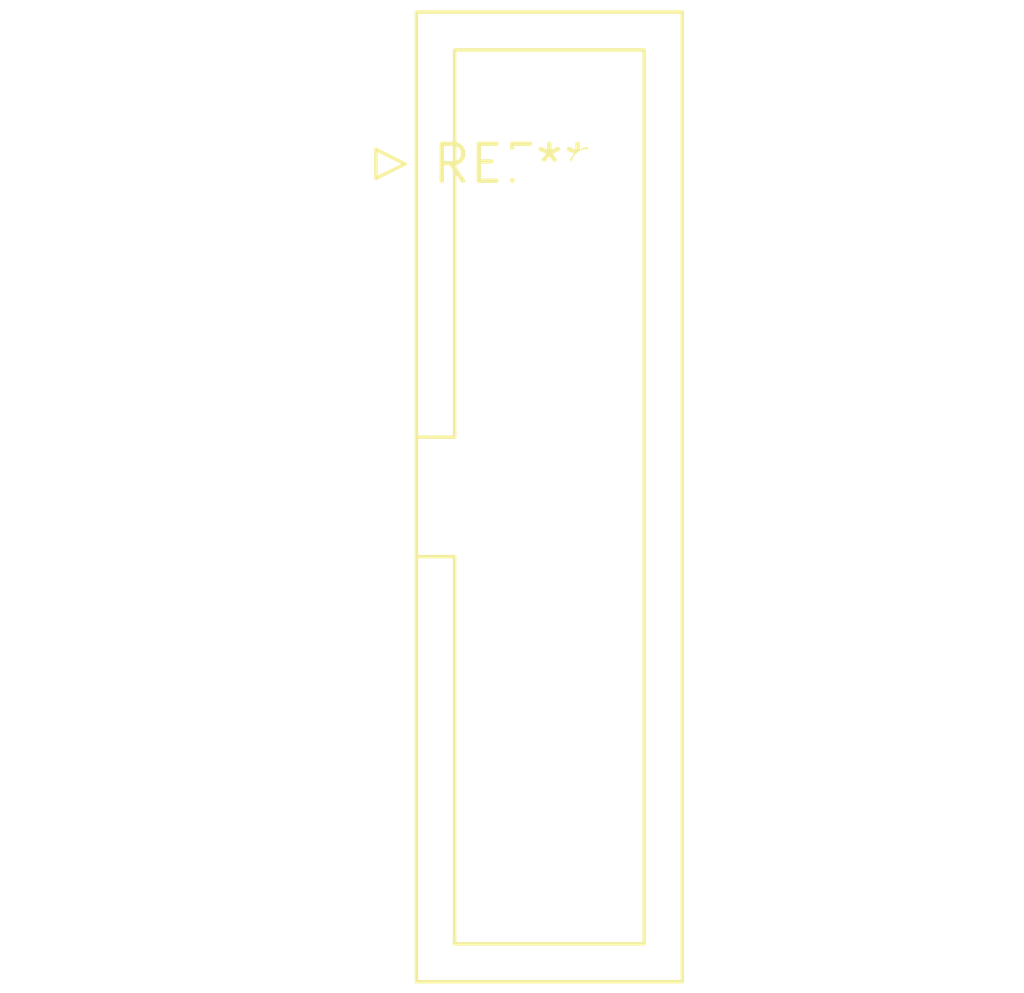
<source format=kicad_pcb>
(kicad_pcb (version 20240108) (generator pcbnew)
  (layers (0 "F.Cu" signal) (31 "B.Cu" signal) (34 "B.Paste" user) (35 "F.Paste" user) (36 "B.SilkS" user "B.Silkscreen") (37 "F.SilkS" user "F.Silkscreen") (38 "B.Mask" user) (39 "F.Mask" user) (44 "Edge.Cuts" user))
  (net 0 "")
  (footprint "IDC-Header_2x10_P2.54mm_Vertical" (layer "F.Cu") (at 0 0)
    (property "Reference" "REF**")
    (property "Value" "IDC-Header_2x10_P2.54mm_Vertical")
    (fp_line (start -4.68 -0.5) (end -4.68 0.5) (layer "F.SilkS") (stroke (width 0.12)))
    (fp_line (start -4.68 0.5) (end -3.68 0) (layer "F.SilkS") (stroke (width 0.12)))
    (fp_line (start -3.68 0) (end -4.68 -0.5) (layer "F.SilkS") (stroke (width 0.12)))
    (fp_line (start -3.29 -5.21) (end 5.83 -5.21) (layer "F.SilkS") (stroke (width 0.12)))
    (fp_line (start -3.29 9.38) (end -1.98 9.38) (layer "F.SilkS") (stroke (width 0.12)))
    (fp_line (start -3.29 28.07) (end -3.29 -5.21) (layer "F.SilkS") (stroke (width 0.12)))
    (fp_line (start -1.98 -3.91) (end 4.52 -3.91) (layer "F.SilkS") (stroke (width 0.12)))
    (fp_line (start -1.98 9.38) (end -1.98 -3.91) (layer "F.SilkS") (stroke (width 0.12)))
    (fp_line (start -1.98 13.48) (end -3.29 13.48) (layer "F.SilkS") (stroke (width 0.12)))
    (fp_line (start -1.98 13.48) (end -1.98 13.48) (layer "F.SilkS") (stroke (width 0.12)))
    (fp_line (start -1.98 26.77) (end -1.98 13.48) (layer "F.SilkS") (stroke (width 0.12)))
    (fp_line (start 4.52 -3.91) (end 4.52 26.77) (layer "F.SilkS") (stroke (width 0.12)))
    (fp_line (start 4.52 26.77) (end -1.98 26.77) (layer "F.SilkS") (stroke (width 0.12)))
    (fp_line (start 5.83 -5.21) (end 5.83 28.07) (layer "F.SilkS") (stroke (width 0.12)))
    (fp_line (start 5.83 28.07) (end -3.29 28.07) (layer "F.SilkS") (stroke (width 0.12)))
    (pad "1" thru_hole roundrect (at 0 0) (size 1.7 1.7) (drill 1) (layers *.Cu *.Mask) (remove_unused_layers) (roundrect_rratio 0.147059))
    (pad "2" thru_hole circle (at 2.54 0) (size 1.7 1.7) (drill 1) (layers *.Cu *.Mask) (remove_unused_layers))
    (pad "3" thru_hole circle (at 0 2.54) (size 1.7 1.7) (drill 1) (layers *.Cu *.Mask) (remove_unused_layers))
    (pad "4" thru_hole circle (at 2.54 2.54) (size 1.7 1.7) (drill 1) (layers *.Cu *.Mask) (remove_unused_layers))
    (pad "5" thru_hole circle (at 0 5.08) (size 1.7 1.7) (drill 1) (layers *.Cu *.Mask) (remove_unused_layers))
    (pad "6" thru_hole circle (at 2.54 5.08) (size 1.7 1.7) (drill 1) (layers *.Cu *.Mask) (remove_unused_layers))
    (pad "7" thru_hole circle (at 0 7.62) (size 1.7 1.7) (drill 1) (layers *.Cu *.Mask) (remove_unused_layers))
    (pad "8" thru_hole circle (at 2.54 7.62) (size 1.7 1.7) (drill 1) (layers *.Cu *.Mask) (remove_unused_layers))
    (pad "9" thru_hole circle (at 0 10.16) (size 1.7 1.7) (drill 1) (layers *.Cu *.Mask) (remove_unused_layers))
    (pad "10" thru_hole circle (at 2.54 10.16) (size 1.7 1.7) (drill 1) (layers *.Cu *.Mask) (remove_unused_layers))
    (pad "11" thru_hole circle (at 0 12.7) (size 1.7 1.7) (drill 1) (layers *.Cu *.Mask) (remove_unused_layers))
    (pad "12" thru_hole circle (at 2.54 12.7) (size 1.7 1.7) (drill 1) (layers *.Cu *.Mask) (remove_unused_layers))
    (pad "13" thru_hole circle (at 0 15.24) (size 1.7 1.7) (drill 1) (layers *.Cu *.Mask) (remove_unused_layers))
    (pad "14" thru_hole circle (at 2.54 15.24) (size 1.7 1.7) (drill 1) (layers *.Cu *.Mask) (remove_unused_layers))
    (pad "15" thru_hole circle (at 0 17.78) (size 1.7 1.7) (drill 1) (layers *.Cu *.Mask) (remove_unused_layers))
    (pad "16" thru_hole circle (at 2.54 17.78) (size 1.7 1.7) (drill 1) (layers *.Cu *.Mask) (remove_unused_layers))
    (pad "17" thru_hole circle (at 0 20.32) (size 1.7 1.7) (drill 1) (layers *.Cu *.Mask) (remove_unused_layers))
    (pad "18" thru_hole circle (at 2.54 20.32) (size 1.7 1.7) (drill 1) (layers *.Cu *.Mask) (remove_unused_layers))
    (pad "19" thru_hole circle (at 0 22.86) (size 1.7 1.7) (drill 1) (layers *.Cu *.Mask) (remove_unused_layers))
    (pad "20" thru_hole circle (at 2.54 22.86) (size 1.7 1.7) (drill 1) (layers *.Cu *.Mask) (remove_unused_layers))
  )
)
</source>
